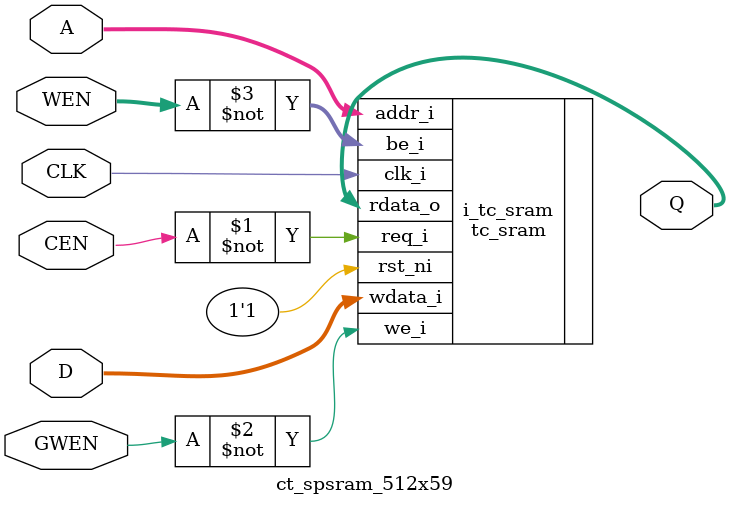
<source format=v>
/*Copyright 2019-2021 T-Head Semiconductor Co., Ltd.

Licensed under the Apache License, Version 2.0 (the "License");
you may not use this file except in compliance with the License.
You may obtain a copy of the License at

    http://www.apache.org/licenses/LICENSE-2.0

Unless required by applicable law or agreed to in writing, software
distributed under the License is distributed on an "AS IS" BASIS,
WITHOUT WARRANTIES OR CONDITIONS OF ANY KIND, either express or implied.
See the License for the specific language governing permissions and
limitations under the License.
*/

// &ModuleBeg; @22
module ct_spsram_512x59(
  A,
  CEN,
  CLK,
  D,
  GWEN,
  Q,
  WEN
);

// &Ports; @23
input   [8 :0]  A;   
input           CEN; 
input           CLK; 
input   [58:0]  D;   
input           GWEN; 
input   [58:0]  WEN; 
output  [58:0]  Q;   

// &Regs; @24

// &Wires; @25
wire    [8 :0]  A;   
wire            CEN; 
wire            CLK; 
wire    [58:0]  D;   
wire            GWEN; 
wire    [58:0]  Q;   
wire    [58:0]  WEN; 


//**********************************************************
//                  Parameter Definition
//**********************************************************
parameter ADDR_WIDTH = 9;
parameter DATA_WIDTH = 59;
parameter WE_WIDTH   = 59;

// &Force("bus","Q",DATA_WIDTH-1,0); @34
// &Force("bus","WEN",WE_WIDTH-1,0); @35
// &Force("bus","A",ADDR_WIDTH-1,0); @36
// &Force("bus","D",DATA_WIDTH-1,0); @37

  //********************************************************
  //*                        FPGA memory                   *
  //********************************************************
  //{WEN[58],WEN[57:29],WEN[28:0]}
//   &Instance("ct_f_spsram_512x59"); @44
tc_sram #(
  .NumWords   ( 1<<ADDR_WIDTH         ),
  .DataWidth  ( DATA_WIDTH            ),
  .ByteWidth  ( DATA_WIDTH/DATA_WIDTH ),
  .NumPorts   ( 32'd1 ),
  .Latency    ( 32'd1 ),
  .SimInit    ( "none"),
  .PrintSimCfg( 0     )
) i_tc_sram (
    .clk_i    ( CLK   ),
    .rst_ni   ( 1'b1  ),
    .req_i    ( ~CEN  ),
    .we_i     ( ~GWEN ),
    .be_i     ( ~WEN  ),
    .wdata_i  ( D     ),
    .addr_i   ( A     ),
    .rdata_o  ( Q     )
);

//   &Instance("ct_tsmc_spsram_512x59"); @50

// &ModuleEnd; @66
endmodule



</source>
